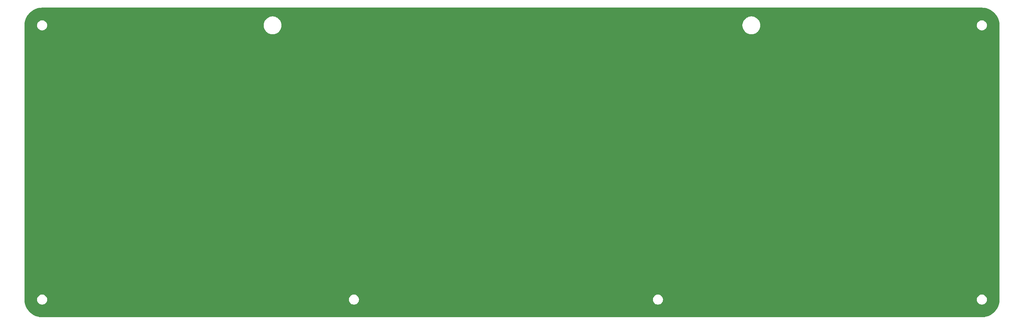
<source format=gbl>
%TF.GenerationSoftware,KiCad,Pcbnew,9.0.0*%
%TF.CreationDate,2025-03-21T09:46:05+01:00*%
%TF.ProjectId,litl_base,6c69746c-5f62-4617-9365-2e6b69636164,rev?*%
%TF.SameCoordinates,Original*%
%TF.FileFunction,Copper,L2,Bot*%
%TF.FilePolarity,Positive*%
%FSLAX46Y46*%
G04 Gerber Fmt 4.6, Leading zero omitted, Abs format (unit mm)*
G04 Created by KiCad (PCBNEW 9.0.0) date 2025-03-21 09:46:05*
%MOMM*%
%LPD*%
G01*
G04 APERTURE LIST*
G04 APERTURE END LIST*
%TA.AperFunction,NonConductor*%
G36*
X276952748Y-59688119D02*
G01*
X277322399Y-59704258D01*
X277328474Y-59704673D01*
X277414865Y-59712678D01*
X277419641Y-59713213D01*
X277742708Y-59755746D01*
X277749309Y-59756797D01*
X277829608Y-59771807D01*
X277833703Y-59772644D01*
X278157590Y-59844448D01*
X278164763Y-59846261D01*
X278234127Y-59865997D01*
X278237468Y-59866999D01*
X278476739Y-59942441D01*
X278563631Y-59969839D01*
X278571257Y-59972515D01*
X278589729Y-59979671D01*
X278623281Y-59992669D01*
X278625926Y-59993728D01*
X278957403Y-60131030D01*
X278965343Y-60134645D01*
X278990348Y-60147096D01*
X278992238Y-60148059D01*
X279332383Y-60325128D01*
X279341880Y-60330611D01*
X279683903Y-60548504D01*
X279692907Y-60554809D01*
X280014623Y-60801671D01*
X280023043Y-60808736D01*
X280322024Y-61082702D01*
X280329797Y-61090475D01*
X280603763Y-61389456D01*
X280610828Y-61397876D01*
X280857690Y-61719592D01*
X280863995Y-61728596D01*
X281081884Y-62070613D01*
X281087380Y-62080133D01*
X281264393Y-62420172D01*
X281265421Y-62422189D01*
X281277850Y-62447150D01*
X281281468Y-62455095D01*
X281418758Y-62786544D01*
X281419841Y-62789247D01*
X281439983Y-62841241D01*
X281442659Y-62848867D01*
X281545489Y-63174998D01*
X281546511Y-63178405D01*
X281566232Y-63247717D01*
X281568055Y-63254928D01*
X281639853Y-63578790D01*
X281640694Y-63582907D01*
X281655692Y-63663133D01*
X281656760Y-63669841D01*
X281699282Y-63992835D01*
X281699822Y-63997655D01*
X281707823Y-64083997D01*
X281708241Y-64090127D01*
X281724380Y-64459751D01*
X281724500Y-64465247D01*
X281724500Y-138472252D01*
X281724380Y-138477748D01*
X281708241Y-138847371D01*
X281707823Y-138853501D01*
X281699822Y-138939843D01*
X281699282Y-138944663D01*
X281656760Y-139267657D01*
X281655692Y-139274365D01*
X281640694Y-139354591D01*
X281639853Y-139358708D01*
X281568055Y-139682570D01*
X281566232Y-139689781D01*
X281546511Y-139759093D01*
X281545489Y-139762500D01*
X281442659Y-140088631D01*
X281439983Y-140096257D01*
X281419841Y-140148251D01*
X281418758Y-140150954D01*
X281281468Y-140482403D01*
X281277851Y-140490346D01*
X281277850Y-140490348D01*
X281265421Y-140515309D01*
X281264393Y-140517326D01*
X281087380Y-140857366D01*
X281081884Y-140866886D01*
X280863995Y-141208903D01*
X280857690Y-141217907D01*
X280610828Y-141539623D01*
X280603763Y-141548043D01*
X280329797Y-141847024D01*
X280322024Y-141854797D01*
X280023043Y-142128763D01*
X280014623Y-142135828D01*
X279692907Y-142382690D01*
X279683903Y-142388995D01*
X279341886Y-142606884D01*
X279332366Y-142612380D01*
X278992326Y-142789393D01*
X278990309Y-142790421D01*
X278965348Y-142802850D01*
X278957403Y-142806468D01*
X278625954Y-142943758D01*
X278623251Y-142944841D01*
X278571257Y-142964983D01*
X278563631Y-142967659D01*
X278237500Y-143070489D01*
X278234093Y-143071511D01*
X278164781Y-143091232D01*
X278157570Y-143093055D01*
X277833708Y-143164853D01*
X277829591Y-143165694D01*
X277749365Y-143180692D01*
X277742657Y-143181760D01*
X277419663Y-143224282D01*
X277414843Y-143224822D01*
X277328501Y-143232823D01*
X277322371Y-143233241D01*
X276952748Y-143249380D01*
X276947252Y-143249500D01*
X23877748Y-143249500D01*
X23872252Y-143249380D01*
X23502627Y-143233241D01*
X23496497Y-143232823D01*
X23410155Y-143224822D01*
X23405335Y-143224282D01*
X23082341Y-143181760D01*
X23075633Y-143180692D01*
X22995407Y-143165694D01*
X22991290Y-143164853D01*
X22667428Y-143093055D01*
X22660217Y-143091232D01*
X22590905Y-143071511D01*
X22587498Y-143070489D01*
X22261367Y-142967659D01*
X22253741Y-142964983D01*
X22201747Y-142944841D01*
X22199044Y-142943758D01*
X21867595Y-142806468D01*
X21859650Y-142802850D01*
X21834689Y-142790421D01*
X21832672Y-142789393D01*
X21492633Y-142612380D01*
X21483113Y-142606884D01*
X21141096Y-142388995D01*
X21132092Y-142382690D01*
X20810376Y-142135828D01*
X20801956Y-142128763D01*
X20502975Y-141854797D01*
X20495202Y-141847024D01*
X20221236Y-141548043D01*
X20214171Y-141539623D01*
X19967309Y-141217907D01*
X19961004Y-141208903D01*
X19743111Y-140866880D01*
X19737628Y-140857383D01*
X19560560Y-140517240D01*
X19559577Y-140515309D01*
X19547145Y-140490343D01*
X19543530Y-140482403D01*
X19406228Y-140150926D01*
X19405157Y-140148251D01*
X19385015Y-140096257D01*
X19382339Y-140088631D01*
X19354941Y-140001739D01*
X19279499Y-139762468D01*
X19278497Y-139759127D01*
X19258761Y-139689763D01*
X19256948Y-139682590D01*
X19185144Y-139358703D01*
X19184304Y-139354591D01*
X19169297Y-139274309D01*
X19168246Y-139267708D01*
X19125713Y-138944641D01*
X19125176Y-138939843D01*
X19117173Y-138853474D01*
X19116758Y-138847399D01*
X19100620Y-138477748D01*
X19100500Y-138472252D01*
X19100500Y-138368713D01*
X22524500Y-138368713D01*
X22524500Y-138581287D01*
X22557754Y-138791243D01*
X22623443Y-138993412D01*
X22719949Y-139182816D01*
X22844896Y-139354792D01*
X22844898Y-139354794D01*
X22844900Y-139354797D01*
X22995202Y-139505099D01*
X22995205Y-139505101D01*
X22995208Y-139505104D01*
X23167184Y-139630051D01*
X23356588Y-139726557D01*
X23558757Y-139792246D01*
X23768713Y-139825500D01*
X23768716Y-139825500D01*
X23981284Y-139825500D01*
X23981287Y-139825500D01*
X24191243Y-139792246D01*
X24393412Y-139726557D01*
X24582816Y-139630051D01*
X24754792Y-139505104D01*
X24905104Y-139354792D01*
X25030051Y-139182816D01*
X25126557Y-138993412D01*
X25192246Y-138791243D01*
X25225500Y-138581287D01*
X25225500Y-138368713D01*
X106503600Y-138368713D01*
X106503600Y-138581287D01*
X106536854Y-138791243D01*
X106602543Y-138993412D01*
X106699049Y-139182816D01*
X106823996Y-139354792D01*
X106823998Y-139354794D01*
X106824000Y-139354797D01*
X106974302Y-139505099D01*
X106974305Y-139505101D01*
X106974308Y-139505104D01*
X107146284Y-139630051D01*
X107335688Y-139726557D01*
X107537857Y-139792246D01*
X107747813Y-139825500D01*
X107747816Y-139825500D01*
X107960384Y-139825500D01*
X107960387Y-139825500D01*
X108170343Y-139792246D01*
X108372512Y-139726557D01*
X108561916Y-139630051D01*
X108733892Y-139505104D01*
X108884204Y-139354792D01*
X109009151Y-139182816D01*
X109105657Y-138993412D01*
X109171346Y-138791243D01*
X109204600Y-138581287D01*
X109204600Y-138368713D01*
X188370300Y-138368713D01*
X188370300Y-138581287D01*
X188403554Y-138791243D01*
X188469243Y-138993412D01*
X188565749Y-139182816D01*
X188690696Y-139354792D01*
X188690698Y-139354794D01*
X188690700Y-139354797D01*
X188841002Y-139505099D01*
X188841005Y-139505101D01*
X188841008Y-139505104D01*
X189012984Y-139630051D01*
X189202388Y-139726557D01*
X189404557Y-139792246D01*
X189614513Y-139825500D01*
X189614516Y-139825500D01*
X189827084Y-139825500D01*
X189827087Y-139825500D01*
X190037043Y-139792246D01*
X190239212Y-139726557D01*
X190428616Y-139630051D01*
X190600592Y-139505104D01*
X190750904Y-139354792D01*
X190875851Y-139182816D01*
X190972357Y-138993412D01*
X191038046Y-138791243D01*
X191071300Y-138581287D01*
X191071300Y-138368713D01*
X275599500Y-138368713D01*
X275599500Y-138581287D01*
X275632754Y-138791243D01*
X275698443Y-138993412D01*
X275794949Y-139182816D01*
X275919896Y-139354792D01*
X275919898Y-139354794D01*
X275919900Y-139354797D01*
X276070202Y-139505099D01*
X276070205Y-139505101D01*
X276070208Y-139505104D01*
X276242184Y-139630051D01*
X276431588Y-139726557D01*
X276633757Y-139792246D01*
X276843713Y-139825500D01*
X276843716Y-139825500D01*
X277056284Y-139825500D01*
X277056287Y-139825500D01*
X277266243Y-139792246D01*
X277468412Y-139726557D01*
X277657816Y-139630051D01*
X277829792Y-139505104D01*
X277980104Y-139354792D01*
X278105051Y-139182816D01*
X278201557Y-138993412D01*
X278267246Y-138791243D01*
X278300500Y-138581287D01*
X278300500Y-138368713D01*
X278267246Y-138158757D01*
X278201557Y-137956588D01*
X278105051Y-137767184D01*
X277980104Y-137595208D01*
X277980101Y-137595205D01*
X277980099Y-137595202D01*
X277829797Y-137444900D01*
X277829794Y-137444898D01*
X277829792Y-137444896D01*
X277657816Y-137319949D01*
X277468412Y-137223443D01*
X277266243Y-137157754D01*
X277056287Y-137124500D01*
X276843713Y-137124500D01*
X276633757Y-137157754D01*
X276633754Y-137157754D01*
X276633753Y-137157755D01*
X276431588Y-137223443D01*
X276431586Y-137223444D01*
X276242180Y-137319951D01*
X276070205Y-137444898D01*
X276070202Y-137444900D01*
X275919900Y-137595202D01*
X275919898Y-137595205D01*
X275794951Y-137767180D01*
X275794949Y-137767184D01*
X275698443Y-137956588D01*
X275632754Y-138158757D01*
X275599500Y-138368713D01*
X191071300Y-138368713D01*
X191038046Y-138158757D01*
X190972357Y-137956588D01*
X190875851Y-137767184D01*
X190750904Y-137595208D01*
X190750901Y-137595205D01*
X190750899Y-137595202D01*
X190600597Y-137444900D01*
X190600594Y-137444898D01*
X190600592Y-137444896D01*
X190428616Y-137319949D01*
X190239212Y-137223443D01*
X190037043Y-137157754D01*
X189827087Y-137124500D01*
X189614513Y-137124500D01*
X189404557Y-137157754D01*
X189404554Y-137157754D01*
X189404553Y-137157755D01*
X189202388Y-137223443D01*
X189202386Y-137223444D01*
X189012980Y-137319951D01*
X188841005Y-137444898D01*
X188841002Y-137444900D01*
X188690700Y-137595202D01*
X188690698Y-137595205D01*
X188565751Y-137767180D01*
X188565749Y-137767184D01*
X188469243Y-137956588D01*
X188403554Y-138158757D01*
X188370300Y-138368713D01*
X109204600Y-138368713D01*
X109171346Y-138158757D01*
X109105657Y-137956588D01*
X109009151Y-137767184D01*
X108884204Y-137595208D01*
X108884201Y-137595205D01*
X108884199Y-137595202D01*
X108733897Y-137444900D01*
X108733894Y-137444898D01*
X108733892Y-137444896D01*
X108561916Y-137319949D01*
X108372512Y-137223443D01*
X108170343Y-137157754D01*
X107960387Y-137124500D01*
X107747813Y-137124500D01*
X107537857Y-137157754D01*
X107537854Y-137157754D01*
X107537853Y-137157755D01*
X107335688Y-137223443D01*
X107335686Y-137223444D01*
X107146280Y-137319951D01*
X106974305Y-137444898D01*
X106974302Y-137444900D01*
X106824000Y-137595202D01*
X106823998Y-137595205D01*
X106699051Y-137767180D01*
X106699049Y-137767184D01*
X106602543Y-137956588D01*
X106536854Y-138158757D01*
X106503600Y-138368713D01*
X25225500Y-138368713D01*
X25192246Y-138158757D01*
X25126557Y-137956588D01*
X25030051Y-137767184D01*
X24905104Y-137595208D01*
X24905101Y-137595205D01*
X24905099Y-137595202D01*
X24754797Y-137444900D01*
X24754794Y-137444898D01*
X24754792Y-137444896D01*
X24582816Y-137319949D01*
X24393412Y-137223443D01*
X24191243Y-137157754D01*
X23981287Y-137124500D01*
X23768713Y-137124500D01*
X23558757Y-137157754D01*
X23558754Y-137157754D01*
X23558753Y-137157755D01*
X23356588Y-137223443D01*
X23356586Y-137223444D01*
X23167180Y-137319951D01*
X22995205Y-137444898D01*
X22995202Y-137444900D01*
X22844900Y-137595202D01*
X22844898Y-137595205D01*
X22719951Y-137767180D01*
X22719949Y-137767184D01*
X22623443Y-137956588D01*
X22557754Y-138158757D01*
X22524500Y-138368713D01*
X19100500Y-138368713D01*
X19100500Y-64465247D01*
X19100620Y-64459752D01*
X19105140Y-64356213D01*
X22524500Y-64356213D01*
X22524500Y-64568787D01*
X22557754Y-64778743D01*
X22623443Y-64980912D01*
X22719949Y-65170316D01*
X22844896Y-65342292D01*
X22844898Y-65342294D01*
X22844900Y-65342297D01*
X22995202Y-65492599D01*
X22995205Y-65492601D01*
X22995208Y-65492604D01*
X23167184Y-65617551D01*
X23356588Y-65714057D01*
X23558757Y-65779746D01*
X23768713Y-65813000D01*
X23768716Y-65813000D01*
X23981284Y-65813000D01*
X23981287Y-65813000D01*
X24191243Y-65779746D01*
X24393412Y-65714057D01*
X24582816Y-65617551D01*
X24754792Y-65492604D01*
X24905104Y-65342292D01*
X25030051Y-65170316D01*
X25126557Y-64980912D01*
X25192246Y-64778743D01*
X25225500Y-64568787D01*
X25225500Y-64356213D01*
X25220982Y-64327689D01*
X83549500Y-64327689D01*
X83549500Y-64597310D01*
X83579688Y-64865235D01*
X83639685Y-65128097D01*
X83728726Y-65382561D01*
X83728737Y-65382588D01*
X83845717Y-65625500D01*
X83989159Y-65853786D01*
X84157268Y-66064588D01*
X84347911Y-66255231D01*
X84558713Y-66423340D01*
X84786999Y-66566782D01*
X84787002Y-66566783D01*
X84787003Y-66566784D01*
X85029921Y-66683767D01*
X85029937Y-66683772D01*
X85029938Y-66683773D01*
X85284402Y-66772814D01*
X85284405Y-66772814D01*
X85284409Y-66772816D01*
X85547268Y-66832812D01*
X85737248Y-66854217D01*
X85815189Y-66863000D01*
X85815191Y-66863000D01*
X86084811Y-66863000D01*
X86152853Y-66855333D01*
X86352732Y-66832812D01*
X86615591Y-66772816D01*
X86870079Y-66683767D01*
X87112997Y-66566784D01*
X87341289Y-66423338D01*
X87552085Y-66255234D01*
X87742734Y-66064585D01*
X87910838Y-65853789D01*
X88054284Y-65625497D01*
X88171267Y-65382579D01*
X88260316Y-65128091D01*
X88320312Y-64865232D01*
X88350500Y-64597309D01*
X88350500Y-64327691D01*
X88350500Y-64327689D01*
X212474500Y-64327689D01*
X212474500Y-64597310D01*
X212504688Y-64865235D01*
X212564685Y-65128097D01*
X212653726Y-65382561D01*
X212653737Y-65382588D01*
X212770717Y-65625500D01*
X212914159Y-65853786D01*
X213082268Y-66064588D01*
X213272911Y-66255231D01*
X213483713Y-66423340D01*
X213711999Y-66566782D01*
X213712002Y-66566783D01*
X213712003Y-66566784D01*
X213954921Y-66683767D01*
X213954937Y-66683772D01*
X213954938Y-66683773D01*
X214209402Y-66772814D01*
X214209405Y-66772814D01*
X214209409Y-66772816D01*
X214472268Y-66832812D01*
X214662248Y-66854217D01*
X214740189Y-66863000D01*
X214740191Y-66863000D01*
X215009811Y-66863000D01*
X215077853Y-66855333D01*
X215277732Y-66832812D01*
X215540591Y-66772816D01*
X215795079Y-66683767D01*
X216037997Y-66566784D01*
X216266289Y-66423338D01*
X216477085Y-66255234D01*
X216667734Y-66064585D01*
X216835838Y-65853789D01*
X216979284Y-65625497D01*
X217096267Y-65382579D01*
X217185316Y-65128091D01*
X217245312Y-64865232D01*
X217275500Y-64597309D01*
X217275500Y-64356213D01*
X275599500Y-64356213D01*
X275599500Y-64568787D01*
X275632754Y-64778743D01*
X275698443Y-64980912D01*
X275794949Y-65170316D01*
X275919896Y-65342292D01*
X275919898Y-65342294D01*
X275919900Y-65342297D01*
X276070202Y-65492599D01*
X276070205Y-65492601D01*
X276070208Y-65492604D01*
X276242184Y-65617551D01*
X276431588Y-65714057D01*
X276633757Y-65779746D01*
X276843713Y-65813000D01*
X276843716Y-65813000D01*
X277056284Y-65813000D01*
X277056287Y-65813000D01*
X277266243Y-65779746D01*
X277468412Y-65714057D01*
X277657816Y-65617551D01*
X277829792Y-65492604D01*
X277980104Y-65342292D01*
X278105051Y-65170316D01*
X278201557Y-64980912D01*
X278267246Y-64778743D01*
X278300500Y-64568787D01*
X278300500Y-64356213D01*
X278267246Y-64146257D01*
X278201557Y-63944088D01*
X278105051Y-63754684D01*
X277980104Y-63582708D01*
X277980101Y-63582705D01*
X277980099Y-63582702D01*
X277829797Y-63432400D01*
X277829794Y-63432398D01*
X277829792Y-63432396D01*
X277657816Y-63307449D01*
X277468412Y-63210943D01*
X277266243Y-63145254D01*
X277056287Y-63112000D01*
X276843713Y-63112000D01*
X276633757Y-63145254D01*
X276633754Y-63145254D01*
X276633753Y-63145255D01*
X276431588Y-63210943D01*
X276431586Y-63210944D01*
X276242180Y-63307451D01*
X276070205Y-63432398D01*
X276070202Y-63432400D01*
X275919900Y-63582702D01*
X275919898Y-63582705D01*
X275794951Y-63754680D01*
X275698444Y-63944086D01*
X275698443Y-63944088D01*
X275652973Y-64084031D01*
X275632754Y-64146257D01*
X275599500Y-64356213D01*
X217275500Y-64356213D01*
X217275500Y-64327691D01*
X217245312Y-64059768D01*
X217185316Y-63796909D01*
X217170539Y-63754680D01*
X217096273Y-63542438D01*
X217096272Y-63542437D01*
X217096267Y-63542421D01*
X216979284Y-63299503D01*
X216979283Y-63299502D01*
X216979282Y-63299499D01*
X216835840Y-63071213D01*
X216667731Y-62860411D01*
X216477088Y-62669768D01*
X216266286Y-62501659D01*
X216038000Y-62358217D01*
X215795088Y-62241237D01*
X215795083Y-62241235D01*
X215795079Y-62241233D01*
X215795073Y-62241230D01*
X215795061Y-62241226D01*
X215540597Y-62152185D01*
X215277735Y-62092188D01*
X215009811Y-62062000D01*
X215009809Y-62062000D01*
X214740191Y-62062000D01*
X214740189Y-62062000D01*
X214472264Y-62092188D01*
X214209402Y-62152185D01*
X213954938Y-62241226D01*
X213954911Y-62241237D01*
X213711999Y-62358217D01*
X213483713Y-62501659D01*
X213272911Y-62669768D01*
X213082268Y-62860411D01*
X212914159Y-63071213D01*
X212770717Y-63299499D01*
X212653737Y-63542411D01*
X212653726Y-63542438D01*
X212564685Y-63796902D01*
X212504688Y-64059764D01*
X212474500Y-64327689D01*
X88350500Y-64327689D01*
X88320312Y-64059768D01*
X88260316Y-63796909D01*
X88245539Y-63754680D01*
X88171273Y-63542438D01*
X88171272Y-63542437D01*
X88171267Y-63542421D01*
X88054284Y-63299503D01*
X88054283Y-63299502D01*
X88054282Y-63299499D01*
X87910840Y-63071213D01*
X87742731Y-62860411D01*
X87552088Y-62669768D01*
X87341286Y-62501659D01*
X87113000Y-62358217D01*
X86870088Y-62241237D01*
X86870083Y-62241235D01*
X86870079Y-62241233D01*
X86870073Y-62241230D01*
X86870061Y-62241226D01*
X86615597Y-62152185D01*
X86352735Y-62092188D01*
X86084811Y-62062000D01*
X86084809Y-62062000D01*
X85815191Y-62062000D01*
X85815189Y-62062000D01*
X85547264Y-62092188D01*
X85284402Y-62152185D01*
X85029938Y-62241226D01*
X85029911Y-62241237D01*
X84786999Y-62358217D01*
X84558713Y-62501659D01*
X84347911Y-62669768D01*
X84157268Y-62860411D01*
X83989159Y-63071213D01*
X83845717Y-63299499D01*
X83728737Y-63542411D01*
X83728726Y-63542438D01*
X83639685Y-63796902D01*
X83579688Y-64059764D01*
X83549500Y-64327689D01*
X25220982Y-64327689D01*
X25192246Y-64146257D01*
X25126557Y-63944088D01*
X25030051Y-63754684D01*
X24905104Y-63582708D01*
X24905101Y-63582705D01*
X24905099Y-63582702D01*
X24754797Y-63432400D01*
X24754794Y-63432398D01*
X24754792Y-63432396D01*
X24582816Y-63307449D01*
X24393412Y-63210943D01*
X24191243Y-63145254D01*
X23981287Y-63112000D01*
X23768713Y-63112000D01*
X23558757Y-63145254D01*
X23558754Y-63145254D01*
X23558753Y-63145255D01*
X23356588Y-63210943D01*
X23356586Y-63210944D01*
X23167180Y-63307451D01*
X22995205Y-63432398D01*
X22995202Y-63432400D01*
X22844900Y-63582702D01*
X22844898Y-63582705D01*
X22719951Y-63754680D01*
X22623444Y-63944086D01*
X22623443Y-63944088D01*
X22577973Y-64084031D01*
X22557754Y-64146257D01*
X22524500Y-64356213D01*
X19105140Y-64356213D01*
X19116759Y-64090094D01*
X19117172Y-64084031D01*
X19125179Y-63997622D01*
X19125712Y-63992869D01*
X19168247Y-63669779D01*
X19169295Y-63663202D01*
X19184311Y-63582867D01*
X19185138Y-63578820D01*
X19256951Y-63254893D01*
X19258757Y-63247752D01*
X19278508Y-63178333D01*
X19279486Y-63175071D01*
X19382343Y-62848854D01*
X19385009Y-62841256D01*
X19405192Y-62789158D01*
X19406203Y-62786634D01*
X19543541Y-62455070D01*
X19547135Y-62447178D01*
X19559640Y-62422062D01*
X19560506Y-62420362D01*
X19737634Y-62080106D01*
X19743105Y-62070629D01*
X19961014Y-61728581D01*
X19967299Y-61719605D01*
X20214178Y-61397867D01*
X20221228Y-61389465D01*
X20495206Y-61090470D01*
X20502975Y-61082702D01*
X20801965Y-60808728D01*
X20810367Y-60801678D01*
X21132105Y-60554799D01*
X21141081Y-60548514D01*
X21483129Y-60330605D01*
X21492606Y-60325134D01*
X21832862Y-60148006D01*
X21834562Y-60147140D01*
X21859678Y-60134635D01*
X21867570Y-60131041D01*
X22199134Y-59993703D01*
X22201658Y-59992692D01*
X22253756Y-59972509D01*
X22261354Y-59969843D01*
X22587571Y-59866986D01*
X22590833Y-59866008D01*
X22660252Y-59846257D01*
X22667393Y-59844451D01*
X22991320Y-59772638D01*
X22995367Y-59771811D01*
X23075702Y-59756795D01*
X23082279Y-59755747D01*
X23405369Y-59713212D01*
X23410122Y-59712679D01*
X23496531Y-59704672D01*
X23502594Y-59704259D01*
X23872251Y-59688119D01*
X23877747Y-59688000D01*
X276947253Y-59688000D01*
X276952748Y-59688119D01*
G37*
%TD.AperFunction*%
M02*

</source>
